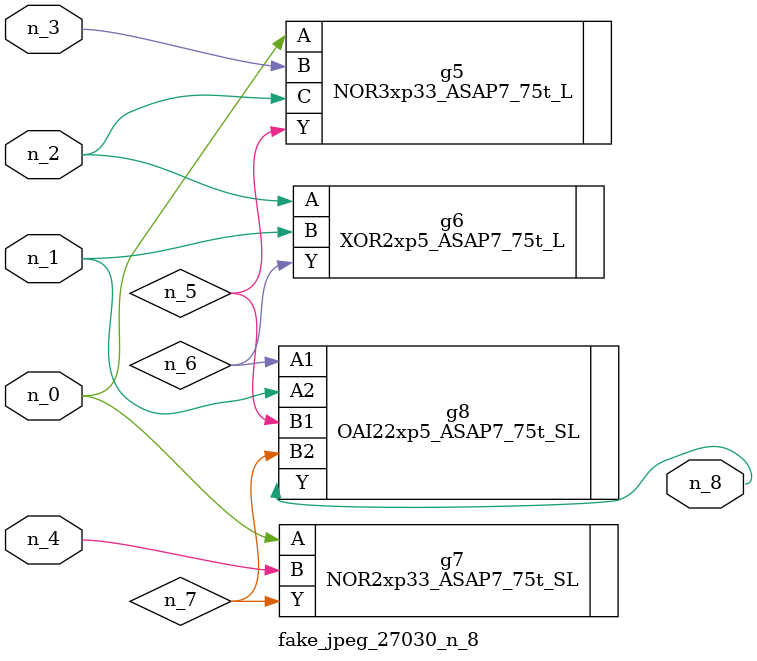
<source format=v>
module fake_jpeg_27030_n_8 (n_3, n_2, n_1, n_0, n_4, n_8);

input n_3;
input n_2;
input n_1;
input n_0;
input n_4;

output n_8;

wire n_6;
wire n_5;
wire n_7;

NOR3xp33_ASAP7_75t_L g5 ( 
.A(n_0),
.B(n_3),
.C(n_2),
.Y(n_5)
);

XOR2xp5_ASAP7_75t_L g6 ( 
.A(n_2),
.B(n_1),
.Y(n_6)
);

NOR2xp33_ASAP7_75t_SL g7 ( 
.A(n_0),
.B(n_4),
.Y(n_7)
);

OAI22xp5_ASAP7_75t_SL g8 ( 
.A1(n_6),
.A2(n_1),
.B1(n_5),
.B2(n_7),
.Y(n_8)
);


endmodule
</source>
